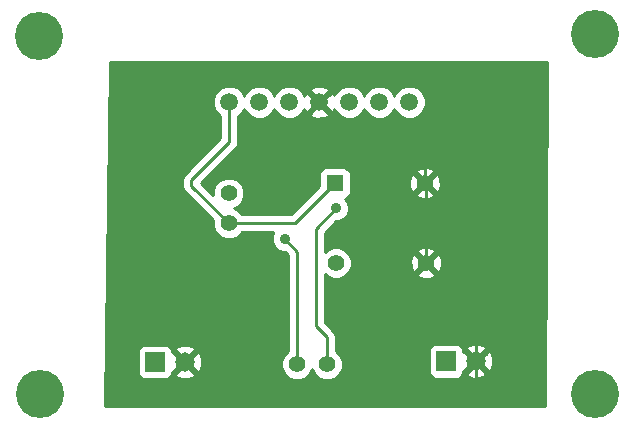
<source format=gbl>
G04 (created by PCBNEW (2013-07-07 BZR 4022)-stable) date 4/23/2015 8:07:26 PM*
%MOIN*%
G04 Gerber Fmt 3.4, Leading zero omitted, Abs format*
%FSLAX34Y34*%
G01*
G70*
G90*
G04 APERTURE LIST*
%ADD10C,0.00590551*%
%ADD11C,0.055*%
%ADD12C,0.0590551*%
%ADD13R,0.055X0.055*%
%ADD14R,0.065X0.065*%
%ADD15C,0.065*%
%ADD16C,0.16*%
%ADD17C,0.035*%
%ADD18C,0.01*%
G04 APERTURE END LIST*
G54D10*
G54D11*
X92480Y-67820D03*
X95480Y-67820D03*
G54D12*
X88920Y-62460D03*
X89920Y-62460D03*
X90920Y-62460D03*
X91920Y-62460D03*
X92920Y-62460D03*
X93920Y-62460D03*
X94920Y-62460D03*
G54D13*
X92440Y-65160D03*
G54D11*
X95440Y-65160D03*
G54D14*
X86440Y-71120D03*
G54D15*
X87440Y-71120D03*
G54D14*
X96140Y-71100D03*
G54D15*
X97140Y-71100D03*
G54D11*
X88900Y-66500D03*
X88900Y-65500D03*
X91180Y-71200D03*
X92180Y-71200D03*
G54D16*
X82580Y-60240D03*
X101120Y-60180D03*
X101120Y-72180D03*
X82600Y-72180D03*
G54D17*
X92480Y-66000D03*
X90760Y-67020D03*
G54D18*
X97140Y-71100D02*
X97140Y-71860D01*
X88880Y-72560D02*
X87440Y-71120D01*
X96440Y-72560D02*
X88880Y-72560D01*
X97140Y-71860D02*
X96440Y-72560D01*
X95440Y-65160D02*
X95440Y-64520D01*
X93440Y-63980D02*
X91920Y-62460D01*
X94900Y-63980D02*
X93440Y-63980D01*
X95440Y-64520D02*
X94900Y-63980D01*
X95480Y-67820D02*
X95480Y-65200D01*
X95480Y-65200D02*
X95440Y-65160D01*
X97140Y-71100D02*
X97140Y-69480D01*
X97140Y-69480D02*
X95480Y-67820D01*
X92180Y-71200D02*
X92180Y-70300D01*
X91800Y-66680D02*
X92480Y-66000D01*
X91800Y-69920D02*
X91800Y-66680D01*
X92180Y-70300D02*
X91800Y-69920D01*
X88900Y-66500D02*
X91100Y-66500D01*
X91100Y-66500D02*
X92440Y-65160D01*
X88920Y-62460D02*
X88920Y-63780D01*
X87640Y-65240D02*
X88900Y-66500D01*
X87640Y-65060D02*
X87640Y-65240D01*
X88920Y-63780D02*
X87640Y-65060D01*
X91180Y-71200D02*
X91180Y-67440D01*
X91180Y-67440D02*
X90760Y-67020D01*
G54D10*
G36*
X99509Y-61110D02*
X99450Y-72590D01*
X97719Y-72590D01*
X97719Y-71187D01*
X97709Y-70959D01*
X97641Y-70797D01*
X97544Y-70766D01*
X97473Y-70837D01*
X97473Y-70695D01*
X97442Y-70598D01*
X97227Y-70520D01*
X96999Y-70530D01*
X96837Y-70598D01*
X96806Y-70695D01*
X97140Y-71029D01*
X97473Y-70695D01*
X97473Y-70837D01*
X97210Y-71100D01*
X97544Y-71433D01*
X97641Y-71402D01*
X97719Y-71187D01*
X97719Y-72590D01*
X97473Y-72590D01*
X97473Y-71504D01*
X97140Y-71170D01*
X97069Y-71241D01*
X97069Y-71100D01*
X96735Y-70766D01*
X96715Y-70773D01*
X96715Y-70725D01*
X96677Y-70633D01*
X96606Y-70563D01*
X96514Y-70525D01*
X96415Y-70524D01*
X96009Y-70524D01*
X96009Y-67895D01*
X95998Y-67687D01*
X95969Y-67618D01*
X95969Y-65235D01*
X95958Y-65027D01*
X95900Y-64887D01*
X95807Y-64862D01*
X95737Y-64933D01*
X95737Y-64792D01*
X95712Y-64699D01*
X95515Y-64630D01*
X95465Y-64632D01*
X95465Y-62352D01*
X95382Y-62151D01*
X95229Y-61998D01*
X95028Y-61914D01*
X94812Y-61914D01*
X94611Y-61997D01*
X94458Y-62150D01*
X94420Y-62242D01*
X94382Y-62151D01*
X94229Y-61998D01*
X94028Y-61914D01*
X93812Y-61914D01*
X93611Y-61997D01*
X93458Y-62150D01*
X93420Y-62242D01*
X93382Y-62151D01*
X93229Y-61998D01*
X93028Y-61914D01*
X92812Y-61914D01*
X92611Y-61997D01*
X92458Y-62150D01*
X92422Y-62235D01*
X92397Y-62174D01*
X92302Y-62148D01*
X92231Y-62218D01*
X92231Y-62077D01*
X92205Y-61982D01*
X92000Y-61909D01*
X91783Y-61920D01*
X91634Y-61982D01*
X91608Y-62077D01*
X91920Y-62389D01*
X92231Y-62077D01*
X92231Y-62218D01*
X91990Y-62460D01*
X92302Y-62771D01*
X92397Y-62745D01*
X92420Y-62679D01*
X92457Y-62768D01*
X92610Y-62921D01*
X92811Y-63005D01*
X93027Y-63005D01*
X93228Y-62922D01*
X93381Y-62769D01*
X93419Y-62677D01*
X93457Y-62768D01*
X93610Y-62921D01*
X93811Y-63005D01*
X94027Y-63005D01*
X94228Y-62922D01*
X94381Y-62769D01*
X94419Y-62677D01*
X94457Y-62768D01*
X94610Y-62921D01*
X94811Y-63005D01*
X95027Y-63005D01*
X95228Y-62922D01*
X95381Y-62769D01*
X95465Y-62568D01*
X95465Y-62352D01*
X95465Y-64632D01*
X95307Y-64641D01*
X95167Y-64699D01*
X95142Y-64792D01*
X95440Y-65089D01*
X95737Y-64792D01*
X95737Y-64933D01*
X95510Y-65160D01*
X95807Y-65457D01*
X95900Y-65432D01*
X95969Y-65235D01*
X95969Y-67618D01*
X95940Y-67547D01*
X95847Y-67522D01*
X95777Y-67593D01*
X95777Y-67452D01*
X95752Y-67359D01*
X95737Y-67353D01*
X95737Y-65527D01*
X95440Y-65230D01*
X95369Y-65301D01*
X95369Y-65160D01*
X95072Y-64862D01*
X94979Y-64887D01*
X94910Y-65084D01*
X94921Y-65292D01*
X94979Y-65432D01*
X95072Y-65457D01*
X95369Y-65160D01*
X95369Y-65301D01*
X95142Y-65527D01*
X95167Y-65620D01*
X95364Y-65689D01*
X95572Y-65678D01*
X95712Y-65620D01*
X95737Y-65527D01*
X95737Y-67353D01*
X95555Y-67290D01*
X95347Y-67301D01*
X95207Y-67359D01*
X95182Y-67452D01*
X95480Y-67749D01*
X95777Y-67452D01*
X95777Y-67593D01*
X95550Y-67820D01*
X95847Y-68117D01*
X95940Y-68092D01*
X96009Y-67895D01*
X96009Y-70524D01*
X95777Y-70524D01*
X95777Y-68187D01*
X95480Y-67890D01*
X95409Y-67961D01*
X95409Y-67820D01*
X95112Y-67522D01*
X95019Y-67547D01*
X94950Y-67744D01*
X94961Y-67952D01*
X95019Y-68092D01*
X95112Y-68117D01*
X95409Y-67820D01*
X95409Y-67961D01*
X95182Y-68187D01*
X95207Y-68280D01*
X95404Y-68349D01*
X95612Y-68338D01*
X95752Y-68280D01*
X95777Y-68187D01*
X95777Y-70524D01*
X95765Y-70524D01*
X95673Y-70562D01*
X95603Y-70633D01*
X95565Y-70725D01*
X95564Y-70824D01*
X95564Y-71474D01*
X95602Y-71566D01*
X95673Y-71636D01*
X95765Y-71674D01*
X95864Y-71675D01*
X96514Y-71675D01*
X96606Y-71637D01*
X96676Y-71566D01*
X96714Y-71474D01*
X96714Y-71426D01*
X96735Y-71433D01*
X97069Y-71100D01*
X97069Y-71241D01*
X96806Y-71504D01*
X96837Y-71601D01*
X97052Y-71679D01*
X97280Y-71669D01*
X97442Y-71601D01*
X97473Y-71504D01*
X97473Y-72590D01*
X93005Y-72590D01*
X93005Y-67716D01*
X92925Y-67523D01*
X92777Y-67375D01*
X92584Y-67295D01*
X92376Y-67294D01*
X92183Y-67374D01*
X92100Y-67457D01*
X92100Y-66804D01*
X92479Y-66424D01*
X92564Y-66425D01*
X92720Y-66360D01*
X92840Y-66241D01*
X92904Y-66084D01*
X92905Y-65915D01*
X92840Y-65759D01*
X92765Y-65684D01*
X92856Y-65647D01*
X92926Y-65576D01*
X92964Y-65484D01*
X92965Y-65385D01*
X92965Y-64835D01*
X92927Y-64743D01*
X92856Y-64673D01*
X92764Y-64635D01*
X92665Y-64634D01*
X92231Y-64634D01*
X92231Y-62842D01*
X91920Y-62530D01*
X91608Y-62842D01*
X91634Y-62937D01*
X91839Y-63010D01*
X92056Y-62999D01*
X92205Y-62937D01*
X92231Y-62842D01*
X92231Y-64634D01*
X92115Y-64634D01*
X92023Y-64672D01*
X91953Y-64743D01*
X91915Y-64835D01*
X91914Y-64934D01*
X91914Y-65260D01*
X90975Y-66200D01*
X89342Y-66200D01*
X89197Y-66055D01*
X89064Y-65999D01*
X89197Y-65945D01*
X89344Y-65797D01*
X89424Y-65604D01*
X89425Y-65396D01*
X89345Y-65203D01*
X89197Y-65055D01*
X89004Y-64975D01*
X88796Y-64974D01*
X88603Y-65054D01*
X88455Y-65202D01*
X88375Y-65395D01*
X88374Y-65550D01*
X87974Y-65150D01*
X89132Y-63992D01*
X89197Y-63894D01*
X89219Y-63780D01*
X89220Y-63780D01*
X89220Y-62926D01*
X89228Y-62922D01*
X89381Y-62769D01*
X89419Y-62677D01*
X89457Y-62768D01*
X89610Y-62921D01*
X89811Y-63005D01*
X90027Y-63005D01*
X90228Y-62922D01*
X90381Y-62769D01*
X90419Y-62677D01*
X90457Y-62768D01*
X90610Y-62921D01*
X90811Y-63005D01*
X91027Y-63005D01*
X91228Y-62922D01*
X91381Y-62769D01*
X91417Y-62684D01*
X91442Y-62745D01*
X91537Y-62771D01*
X91849Y-62460D01*
X91537Y-62148D01*
X91442Y-62174D01*
X91419Y-62240D01*
X91382Y-62151D01*
X91229Y-61998D01*
X91028Y-61914D01*
X90812Y-61914D01*
X90611Y-61997D01*
X90458Y-62150D01*
X90420Y-62242D01*
X90382Y-62151D01*
X90229Y-61998D01*
X90028Y-61914D01*
X89812Y-61914D01*
X89611Y-61997D01*
X89458Y-62150D01*
X89420Y-62242D01*
X89382Y-62151D01*
X89229Y-61998D01*
X89028Y-61914D01*
X88812Y-61914D01*
X88611Y-61997D01*
X88458Y-62150D01*
X88374Y-62351D01*
X88374Y-62567D01*
X88457Y-62768D01*
X88610Y-62921D01*
X88620Y-62925D01*
X88620Y-63655D01*
X87427Y-64847D01*
X87362Y-64945D01*
X87340Y-65060D01*
X87340Y-65240D01*
X87362Y-65354D01*
X87427Y-65452D01*
X88375Y-66399D01*
X88374Y-66603D01*
X88454Y-66797D01*
X88602Y-66944D01*
X88795Y-67024D01*
X89003Y-67025D01*
X89197Y-66945D01*
X89342Y-66800D01*
X90391Y-66800D01*
X90335Y-66935D01*
X90334Y-67104D01*
X90399Y-67260D01*
X90518Y-67380D01*
X90675Y-67444D01*
X90760Y-67445D01*
X90880Y-67564D01*
X90880Y-70757D01*
X90735Y-70902D01*
X90655Y-71095D01*
X90654Y-71303D01*
X90734Y-71497D01*
X90882Y-71644D01*
X91075Y-71724D01*
X91283Y-71725D01*
X91477Y-71645D01*
X91624Y-71497D01*
X91680Y-71364D01*
X91734Y-71497D01*
X91882Y-71644D01*
X92075Y-71724D01*
X92283Y-71725D01*
X92477Y-71645D01*
X92624Y-71497D01*
X92704Y-71304D01*
X92705Y-71096D01*
X92625Y-70903D01*
X92480Y-70757D01*
X92480Y-70300D01*
X92479Y-70299D01*
X92457Y-70185D01*
X92392Y-70087D01*
X92392Y-70087D01*
X92100Y-69795D01*
X92100Y-68182D01*
X92182Y-68264D01*
X92375Y-68344D01*
X92583Y-68345D01*
X92777Y-68265D01*
X92924Y-68117D01*
X93004Y-67924D01*
X93005Y-67716D01*
X93005Y-72590D01*
X88019Y-72590D01*
X88019Y-71207D01*
X88009Y-70979D01*
X87941Y-70817D01*
X87844Y-70786D01*
X87773Y-70857D01*
X87773Y-70715D01*
X87742Y-70618D01*
X87527Y-70540D01*
X87299Y-70550D01*
X87137Y-70618D01*
X87106Y-70715D01*
X87440Y-71049D01*
X87773Y-70715D01*
X87773Y-70857D01*
X87510Y-71120D01*
X87844Y-71453D01*
X87941Y-71422D01*
X88019Y-71207D01*
X88019Y-72590D01*
X87773Y-72590D01*
X87773Y-71524D01*
X87440Y-71190D01*
X87369Y-71261D01*
X87369Y-71120D01*
X87035Y-70786D01*
X87015Y-70793D01*
X87015Y-70745D01*
X86977Y-70653D01*
X86906Y-70583D01*
X86814Y-70545D01*
X86715Y-70544D01*
X86065Y-70544D01*
X85973Y-70582D01*
X85903Y-70653D01*
X85865Y-70745D01*
X85864Y-70844D01*
X85864Y-71494D01*
X85902Y-71586D01*
X85973Y-71656D01*
X86065Y-71694D01*
X86164Y-71695D01*
X86814Y-71695D01*
X86906Y-71657D01*
X86976Y-71586D01*
X87014Y-71494D01*
X87014Y-71446D01*
X87035Y-71453D01*
X87369Y-71120D01*
X87369Y-71261D01*
X87106Y-71524D01*
X87137Y-71621D01*
X87352Y-71699D01*
X87580Y-71689D01*
X87742Y-71621D01*
X87773Y-71524D01*
X87773Y-72590D01*
X84790Y-72590D01*
X84929Y-61110D01*
X99509Y-61110D01*
X99509Y-61110D01*
G37*
G54D18*
X99509Y-61110D02*
X99450Y-72590D01*
X97719Y-72590D01*
X97719Y-71187D01*
X97709Y-70959D01*
X97641Y-70797D01*
X97544Y-70766D01*
X97473Y-70837D01*
X97473Y-70695D01*
X97442Y-70598D01*
X97227Y-70520D01*
X96999Y-70530D01*
X96837Y-70598D01*
X96806Y-70695D01*
X97140Y-71029D01*
X97473Y-70695D01*
X97473Y-70837D01*
X97210Y-71100D01*
X97544Y-71433D01*
X97641Y-71402D01*
X97719Y-71187D01*
X97719Y-72590D01*
X97473Y-72590D01*
X97473Y-71504D01*
X97140Y-71170D01*
X97069Y-71241D01*
X97069Y-71100D01*
X96735Y-70766D01*
X96715Y-70773D01*
X96715Y-70725D01*
X96677Y-70633D01*
X96606Y-70563D01*
X96514Y-70525D01*
X96415Y-70524D01*
X96009Y-70524D01*
X96009Y-67895D01*
X95998Y-67687D01*
X95969Y-67618D01*
X95969Y-65235D01*
X95958Y-65027D01*
X95900Y-64887D01*
X95807Y-64862D01*
X95737Y-64933D01*
X95737Y-64792D01*
X95712Y-64699D01*
X95515Y-64630D01*
X95465Y-64632D01*
X95465Y-62352D01*
X95382Y-62151D01*
X95229Y-61998D01*
X95028Y-61914D01*
X94812Y-61914D01*
X94611Y-61997D01*
X94458Y-62150D01*
X94420Y-62242D01*
X94382Y-62151D01*
X94229Y-61998D01*
X94028Y-61914D01*
X93812Y-61914D01*
X93611Y-61997D01*
X93458Y-62150D01*
X93420Y-62242D01*
X93382Y-62151D01*
X93229Y-61998D01*
X93028Y-61914D01*
X92812Y-61914D01*
X92611Y-61997D01*
X92458Y-62150D01*
X92422Y-62235D01*
X92397Y-62174D01*
X92302Y-62148D01*
X92231Y-62218D01*
X92231Y-62077D01*
X92205Y-61982D01*
X92000Y-61909D01*
X91783Y-61920D01*
X91634Y-61982D01*
X91608Y-62077D01*
X91920Y-62389D01*
X92231Y-62077D01*
X92231Y-62218D01*
X91990Y-62460D01*
X92302Y-62771D01*
X92397Y-62745D01*
X92420Y-62679D01*
X92457Y-62768D01*
X92610Y-62921D01*
X92811Y-63005D01*
X93027Y-63005D01*
X93228Y-62922D01*
X93381Y-62769D01*
X93419Y-62677D01*
X93457Y-62768D01*
X93610Y-62921D01*
X93811Y-63005D01*
X94027Y-63005D01*
X94228Y-62922D01*
X94381Y-62769D01*
X94419Y-62677D01*
X94457Y-62768D01*
X94610Y-62921D01*
X94811Y-63005D01*
X95027Y-63005D01*
X95228Y-62922D01*
X95381Y-62769D01*
X95465Y-62568D01*
X95465Y-62352D01*
X95465Y-64632D01*
X95307Y-64641D01*
X95167Y-64699D01*
X95142Y-64792D01*
X95440Y-65089D01*
X95737Y-64792D01*
X95737Y-64933D01*
X95510Y-65160D01*
X95807Y-65457D01*
X95900Y-65432D01*
X95969Y-65235D01*
X95969Y-67618D01*
X95940Y-67547D01*
X95847Y-67522D01*
X95777Y-67593D01*
X95777Y-67452D01*
X95752Y-67359D01*
X95737Y-67353D01*
X95737Y-65527D01*
X95440Y-65230D01*
X95369Y-65301D01*
X95369Y-65160D01*
X95072Y-64862D01*
X94979Y-64887D01*
X94910Y-65084D01*
X94921Y-65292D01*
X94979Y-65432D01*
X95072Y-65457D01*
X95369Y-65160D01*
X95369Y-65301D01*
X95142Y-65527D01*
X95167Y-65620D01*
X95364Y-65689D01*
X95572Y-65678D01*
X95712Y-65620D01*
X95737Y-65527D01*
X95737Y-67353D01*
X95555Y-67290D01*
X95347Y-67301D01*
X95207Y-67359D01*
X95182Y-67452D01*
X95480Y-67749D01*
X95777Y-67452D01*
X95777Y-67593D01*
X95550Y-67820D01*
X95847Y-68117D01*
X95940Y-68092D01*
X96009Y-67895D01*
X96009Y-70524D01*
X95777Y-70524D01*
X95777Y-68187D01*
X95480Y-67890D01*
X95409Y-67961D01*
X95409Y-67820D01*
X95112Y-67522D01*
X95019Y-67547D01*
X94950Y-67744D01*
X94961Y-67952D01*
X95019Y-68092D01*
X95112Y-68117D01*
X95409Y-67820D01*
X95409Y-67961D01*
X95182Y-68187D01*
X95207Y-68280D01*
X95404Y-68349D01*
X95612Y-68338D01*
X95752Y-68280D01*
X95777Y-68187D01*
X95777Y-70524D01*
X95765Y-70524D01*
X95673Y-70562D01*
X95603Y-70633D01*
X95565Y-70725D01*
X95564Y-70824D01*
X95564Y-71474D01*
X95602Y-71566D01*
X95673Y-71636D01*
X95765Y-71674D01*
X95864Y-71675D01*
X96514Y-71675D01*
X96606Y-71637D01*
X96676Y-71566D01*
X96714Y-71474D01*
X96714Y-71426D01*
X96735Y-71433D01*
X97069Y-71100D01*
X97069Y-71241D01*
X96806Y-71504D01*
X96837Y-71601D01*
X97052Y-71679D01*
X97280Y-71669D01*
X97442Y-71601D01*
X97473Y-71504D01*
X97473Y-72590D01*
X93005Y-72590D01*
X93005Y-67716D01*
X92925Y-67523D01*
X92777Y-67375D01*
X92584Y-67295D01*
X92376Y-67294D01*
X92183Y-67374D01*
X92100Y-67457D01*
X92100Y-66804D01*
X92479Y-66424D01*
X92564Y-66425D01*
X92720Y-66360D01*
X92840Y-66241D01*
X92904Y-66084D01*
X92905Y-65915D01*
X92840Y-65759D01*
X92765Y-65684D01*
X92856Y-65647D01*
X92926Y-65576D01*
X92964Y-65484D01*
X92965Y-65385D01*
X92965Y-64835D01*
X92927Y-64743D01*
X92856Y-64673D01*
X92764Y-64635D01*
X92665Y-64634D01*
X92231Y-64634D01*
X92231Y-62842D01*
X91920Y-62530D01*
X91608Y-62842D01*
X91634Y-62937D01*
X91839Y-63010D01*
X92056Y-62999D01*
X92205Y-62937D01*
X92231Y-62842D01*
X92231Y-64634D01*
X92115Y-64634D01*
X92023Y-64672D01*
X91953Y-64743D01*
X91915Y-64835D01*
X91914Y-64934D01*
X91914Y-65260D01*
X90975Y-66200D01*
X89342Y-66200D01*
X89197Y-66055D01*
X89064Y-65999D01*
X89197Y-65945D01*
X89344Y-65797D01*
X89424Y-65604D01*
X89425Y-65396D01*
X89345Y-65203D01*
X89197Y-65055D01*
X89004Y-64975D01*
X88796Y-64974D01*
X88603Y-65054D01*
X88455Y-65202D01*
X88375Y-65395D01*
X88374Y-65550D01*
X87974Y-65150D01*
X89132Y-63992D01*
X89197Y-63894D01*
X89219Y-63780D01*
X89220Y-63780D01*
X89220Y-62926D01*
X89228Y-62922D01*
X89381Y-62769D01*
X89419Y-62677D01*
X89457Y-62768D01*
X89610Y-62921D01*
X89811Y-63005D01*
X90027Y-63005D01*
X90228Y-62922D01*
X90381Y-62769D01*
X90419Y-62677D01*
X90457Y-62768D01*
X90610Y-62921D01*
X90811Y-63005D01*
X91027Y-63005D01*
X91228Y-62922D01*
X91381Y-62769D01*
X91417Y-62684D01*
X91442Y-62745D01*
X91537Y-62771D01*
X91849Y-62460D01*
X91537Y-62148D01*
X91442Y-62174D01*
X91419Y-62240D01*
X91382Y-62151D01*
X91229Y-61998D01*
X91028Y-61914D01*
X90812Y-61914D01*
X90611Y-61997D01*
X90458Y-62150D01*
X90420Y-62242D01*
X90382Y-62151D01*
X90229Y-61998D01*
X90028Y-61914D01*
X89812Y-61914D01*
X89611Y-61997D01*
X89458Y-62150D01*
X89420Y-62242D01*
X89382Y-62151D01*
X89229Y-61998D01*
X89028Y-61914D01*
X88812Y-61914D01*
X88611Y-61997D01*
X88458Y-62150D01*
X88374Y-62351D01*
X88374Y-62567D01*
X88457Y-62768D01*
X88610Y-62921D01*
X88620Y-62925D01*
X88620Y-63655D01*
X87427Y-64847D01*
X87362Y-64945D01*
X87340Y-65060D01*
X87340Y-65240D01*
X87362Y-65354D01*
X87427Y-65452D01*
X88375Y-66399D01*
X88374Y-66603D01*
X88454Y-66797D01*
X88602Y-66944D01*
X88795Y-67024D01*
X89003Y-67025D01*
X89197Y-66945D01*
X89342Y-66800D01*
X90391Y-66800D01*
X90335Y-66935D01*
X90334Y-67104D01*
X90399Y-67260D01*
X90518Y-67380D01*
X90675Y-67444D01*
X90760Y-67445D01*
X90880Y-67564D01*
X90880Y-70757D01*
X90735Y-70902D01*
X90655Y-71095D01*
X90654Y-71303D01*
X90734Y-71497D01*
X90882Y-71644D01*
X91075Y-71724D01*
X91283Y-71725D01*
X91477Y-71645D01*
X91624Y-71497D01*
X91680Y-71364D01*
X91734Y-71497D01*
X91882Y-71644D01*
X92075Y-71724D01*
X92283Y-71725D01*
X92477Y-71645D01*
X92624Y-71497D01*
X92704Y-71304D01*
X92705Y-71096D01*
X92625Y-70903D01*
X92480Y-70757D01*
X92480Y-70300D01*
X92479Y-70299D01*
X92457Y-70185D01*
X92392Y-70087D01*
X92392Y-70087D01*
X92100Y-69795D01*
X92100Y-68182D01*
X92182Y-68264D01*
X92375Y-68344D01*
X92583Y-68345D01*
X92777Y-68265D01*
X92924Y-68117D01*
X93004Y-67924D01*
X93005Y-67716D01*
X93005Y-72590D01*
X88019Y-72590D01*
X88019Y-71207D01*
X88009Y-70979D01*
X87941Y-70817D01*
X87844Y-70786D01*
X87773Y-70857D01*
X87773Y-70715D01*
X87742Y-70618D01*
X87527Y-70540D01*
X87299Y-70550D01*
X87137Y-70618D01*
X87106Y-70715D01*
X87440Y-71049D01*
X87773Y-70715D01*
X87773Y-70857D01*
X87510Y-71120D01*
X87844Y-71453D01*
X87941Y-71422D01*
X88019Y-71207D01*
X88019Y-72590D01*
X87773Y-72590D01*
X87773Y-71524D01*
X87440Y-71190D01*
X87369Y-71261D01*
X87369Y-71120D01*
X87035Y-70786D01*
X87015Y-70793D01*
X87015Y-70745D01*
X86977Y-70653D01*
X86906Y-70583D01*
X86814Y-70545D01*
X86715Y-70544D01*
X86065Y-70544D01*
X85973Y-70582D01*
X85903Y-70653D01*
X85865Y-70745D01*
X85864Y-70844D01*
X85864Y-71494D01*
X85902Y-71586D01*
X85973Y-71656D01*
X86065Y-71694D01*
X86164Y-71695D01*
X86814Y-71695D01*
X86906Y-71657D01*
X86976Y-71586D01*
X87014Y-71494D01*
X87014Y-71446D01*
X87035Y-71453D01*
X87369Y-71120D01*
X87369Y-71261D01*
X87106Y-71524D01*
X87137Y-71621D01*
X87352Y-71699D01*
X87580Y-71689D01*
X87742Y-71621D01*
X87773Y-71524D01*
X87773Y-72590D01*
X84790Y-72590D01*
X84929Y-61110D01*
X99509Y-61110D01*
M02*

</source>
